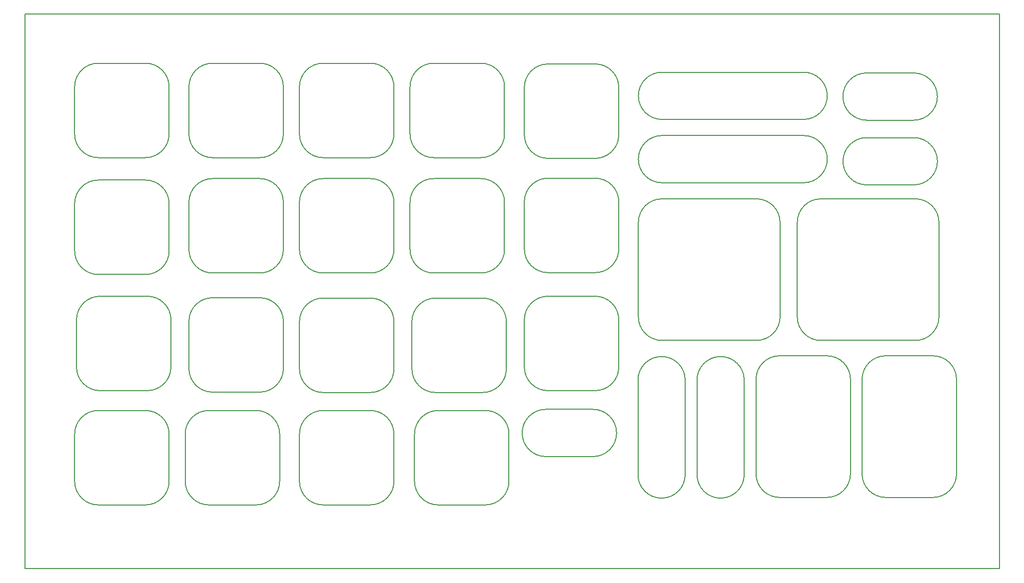
<source format=gm1>
G04 #@! TF.FileFunction,Profile,NP*
%FSLAX46Y46*%
G04 Gerber Fmt 4.6, Leading zero omitted, Abs format (unit mm)*
G04 Created by KiCad (PCBNEW 4.0.1-3.201512221402+6198~38~ubuntu14.04.1-stable) date Thu 03 Mar 2016 09:20:13 PM PST*
%MOMM*%
G01*
G04 APERTURE LIST*
%ADD10C,0.100000*%
%ADD11C,0.150000*%
G04 APERTURE END LIST*
D10*
D11*
X60960000Y-35560000D02*
X60960000Y-129540000D01*
X226060000Y-35560000D02*
X226060000Y-129540000D01*
X226060000Y-129540000D02*
X60960000Y-129540000D01*
X116840000Y-35560000D02*
X226060000Y-35560000D01*
X60960000Y-35560000D02*
X116840000Y-35560000D01*
X218802000Y-113464000D02*
X218802000Y-97464000D01*
X202802000Y-113464000D02*
X202802000Y-97464000D01*
X200834000Y-113464000D02*
X200834000Y-97464000D01*
X184834000Y-113464000D02*
X184834000Y-97464000D01*
X188834000Y-93464000D02*
X196834000Y-93464000D01*
X206802000Y-93464000D02*
X214802000Y-93464000D01*
X168905000Y-64130000D02*
X192905000Y-64130000D01*
X168905000Y-56130000D02*
X192905000Y-56130000D01*
X168905000Y-53400000D02*
X192905000Y-53400000D01*
X168905000Y-45400000D02*
X192905000Y-45400000D01*
X100761000Y-99621000D02*
X92761000Y-99621000D01*
X92761000Y-83621000D02*
X100761000Y-83621000D01*
X164905000Y-70860000D02*
X164905000Y-86860000D01*
X188905000Y-70860000D02*
X188905000Y-86860000D01*
X191825000Y-70860000D02*
X191825000Y-86860000D01*
X215825000Y-70860000D02*
X215825000Y-86860000D01*
X191825000Y-86860000D02*
G75*
G03X195825000Y-90860000I4000000J0D01*
G01*
X211825000Y-90860000D02*
X195825000Y-90860000D01*
X211825000Y-90860000D02*
G75*
G03X215825000Y-86860000I0J4000000D01*
G01*
X215825000Y-70860000D02*
G75*
G03X211825000Y-66860000I-4000000J0D01*
G01*
X195825000Y-66860000D02*
X211825000Y-66860000D01*
X195825000Y-66860000D02*
G75*
G03X191825000Y-70860000I0J-4000000D01*
G01*
X188905000Y-70860000D02*
G75*
G03X184905000Y-66860000I-4000000J0D01*
G01*
X168905000Y-66860000D02*
X184905000Y-66860000D01*
X168905000Y-66860000D02*
G75*
G03X164905000Y-70860000I0J-4000000D01*
G01*
X164905000Y-86860000D02*
G75*
G03X168905000Y-90860000I4000000J0D01*
G01*
X184905000Y-90860000D02*
X168905000Y-90860000D01*
X184905000Y-90860000D02*
G75*
G03X188905000Y-86860000I0J4000000D01*
G01*
X211561000Y-53527000D02*
X203561000Y-53527000D01*
X211561000Y-45527000D02*
X203561000Y-45527000D01*
X149586000Y-60001000D02*
X157586000Y-60001000D01*
X157586000Y-44001000D02*
X149586000Y-44001000D01*
X73396000Y-59876000D02*
X81396000Y-59876000D01*
X81396000Y-43876000D02*
X73396000Y-43876000D01*
X92761000Y-59876000D02*
X100761000Y-59876000D01*
X100761000Y-43876000D02*
X92761000Y-43876000D01*
X111491000Y-59876000D02*
X119491000Y-59876000D01*
X119491000Y-43876000D02*
X111491000Y-43876000D01*
X130221000Y-59876000D02*
X138221000Y-59876000D01*
X138221000Y-43876000D02*
X130221000Y-43876000D01*
X73401000Y-118731000D02*
X81401000Y-118731000D01*
X81401000Y-102731000D02*
X73401000Y-102731000D01*
X73401000Y-79681000D02*
X81401000Y-79681000D01*
X81401000Y-63681000D02*
X73401000Y-63681000D01*
X92761000Y-79431000D02*
X100761000Y-79431000D01*
X100761000Y-63431000D02*
X92761000Y-63431000D01*
X111491000Y-79431000D02*
X119491000Y-79431000D01*
X119491000Y-63431000D02*
X111491000Y-63431000D01*
X130221000Y-79431000D02*
X138221000Y-79431000D01*
X138221000Y-63431000D02*
X130221000Y-63431000D01*
X149586000Y-79366000D02*
X157586000Y-79366000D01*
X157586000Y-63366000D02*
X149586000Y-63366000D01*
X149586000Y-99366000D02*
X157586000Y-99366000D01*
X157586000Y-83366000D02*
X149586000Y-83366000D01*
X130536000Y-99681000D02*
X138536000Y-99681000D01*
X138536000Y-83681000D02*
X130536000Y-83681000D01*
X138983000Y-102731000D02*
X130983000Y-102731000D01*
X130983000Y-118731000D02*
X138983000Y-118731000D01*
X119491000Y-102731000D02*
X111491000Y-102731000D01*
X111491000Y-118731000D02*
X119491000Y-118731000D01*
X149215000Y-102542000D02*
X157215000Y-102542000D01*
X149215000Y-102542000D02*
G75*
G03X145215000Y-106542000I0J-4000000D01*
G01*
X161215000Y-106542000D02*
G75*
G03X157215000Y-102542000I-4000000J0D01*
G01*
X211571000Y-64490000D02*
X203571000Y-64490000D01*
X211571000Y-64490000D02*
G75*
G03X215571000Y-60490000I0J4000000D01*
G01*
X199571000Y-60490000D02*
G75*
G03X203571000Y-64490000I4000000J0D01*
G01*
X203571000Y-56490000D02*
X211571000Y-56490000D01*
X81716000Y-99366000D02*
X73716000Y-99366000D01*
X73716000Y-83366000D02*
X81716000Y-83366000D01*
X92131000Y-118731000D02*
X100131000Y-118731000D01*
X100131000Y-102731000D02*
X92131000Y-102731000D01*
X119496000Y-99681000D02*
X111496000Y-99681000D01*
X111496000Y-83681000D02*
X119496000Y-83681000D01*
X157215000Y-110542000D02*
X149215000Y-110542000D01*
X172834000Y-112588000D02*
X172834000Y-113588000D01*
X164834000Y-113588000D02*
X164834000Y-97588000D01*
X172834000Y-97588000D02*
X172834000Y-112588000D01*
X174834000Y-113588000D02*
X174834000Y-97588000D01*
X182834000Y-97588000D02*
X182834000Y-113588000D01*
X174834000Y-113588000D02*
G75*
G03X178834000Y-117588000I4000000J0D01*
G01*
X178834000Y-117588000D02*
G75*
G03X182834000Y-113588000I0J4000000D01*
G01*
X164834000Y-113588000D02*
G75*
G03X168834000Y-117588000I4000000J0D01*
G01*
X168834000Y-117588000D02*
G75*
G03X172834000Y-113588000I0J4000000D01*
G01*
X182834000Y-97588000D02*
G75*
G03X178834000Y-93588000I-4000000J0D01*
G01*
X178834000Y-93588000D02*
G75*
G03X174834000Y-97588000I0J-4000000D01*
G01*
X172834000Y-97588000D02*
G75*
G03X168834000Y-93588000I-4000000J0D01*
G01*
X168834000Y-93588000D02*
G75*
G03X164834000Y-97588000I0J-4000000D01*
G01*
X196905000Y-49400000D02*
G75*
G03X192905000Y-45400000I-4000000J0D01*
G01*
X192905000Y-53400000D02*
G75*
G03X196905000Y-49400000I0J4000000D01*
G01*
X196905000Y-60130000D02*
G75*
G03X192905000Y-56130000I-4000000J0D01*
G01*
X192905000Y-64130000D02*
G75*
G03X196905000Y-60130000I0J4000000D01*
G01*
X164905000Y-60130000D02*
G75*
G03X168905000Y-64130000I4000000J0D01*
G01*
X168905000Y-56130000D02*
G75*
G03X164905000Y-60130000I0J-4000000D01*
G01*
X164905000Y-49400000D02*
G75*
G03X168905000Y-53400000I4000000J0D01*
G01*
X168905000Y-45400000D02*
G75*
G03X164905000Y-49400000I0J-4000000D01*
G01*
X126536000Y-95681000D02*
G75*
G03X130536000Y-99681000I4000000J0D01*
G01*
X126536000Y-95681000D02*
X126536000Y-87681000D01*
X130536000Y-83681000D02*
G75*
G03X126536000Y-87681000I0J-4000000D01*
G01*
X145586000Y-75366000D02*
G75*
G03X149586000Y-79366000I4000000J0D01*
G01*
X145586000Y-75366000D02*
X145586000Y-67366000D01*
X149586000Y-63366000D02*
G75*
G03X145586000Y-67366000I0J-4000000D01*
G01*
X145586000Y-95366000D02*
G75*
G03X149586000Y-99366000I4000000J0D01*
G01*
X145586000Y-95366000D02*
X145586000Y-87366000D01*
X149586000Y-83366000D02*
G75*
G03X145586000Y-87366000I0J-4000000D01*
G01*
X126221000Y-75431000D02*
G75*
G03X130221000Y-79431000I4000000J0D01*
G01*
X126221000Y-75431000D02*
X126221000Y-67431000D01*
X130221000Y-63431000D02*
G75*
G03X126221000Y-67431000I0J-4000000D01*
G01*
X145586000Y-56001000D02*
G75*
G03X149586000Y-60001000I4000000J0D01*
G01*
X145586000Y-56001000D02*
X145586000Y-48001000D01*
X149586000Y-44001000D02*
G75*
G03X145586000Y-48001000I0J-4000000D01*
G01*
X126221000Y-55876000D02*
G75*
G03X130221000Y-59876000I4000000J0D01*
G01*
X126221000Y-55876000D02*
X126221000Y-47876000D01*
X130221000Y-43876000D02*
G75*
G03X126221000Y-47876000I0J-4000000D01*
G01*
X107491000Y-55876000D02*
G75*
G03X111491000Y-59876000I4000000J0D01*
G01*
X107491000Y-55876000D02*
X107491000Y-47876000D01*
X111491000Y-43876000D02*
G75*
G03X107491000Y-47876000I0J-4000000D01*
G01*
X123496000Y-87681000D02*
G75*
G03X119496000Y-83681000I-4000000J0D01*
G01*
X123496000Y-87681000D02*
X123496000Y-95681000D01*
X119496000Y-99681000D02*
G75*
G03X123496000Y-95681000I0J4000000D01*
G01*
X215571000Y-60490000D02*
G75*
G03X211571000Y-56490000I-4000000J0D01*
G01*
X157215000Y-110542000D02*
G75*
G03X161215000Y-106542000I0J4000000D01*
G01*
X100131000Y-118731000D02*
G75*
G03X104131000Y-114731000I0J4000000D01*
G01*
X104131000Y-106731000D02*
X104131000Y-114731000D01*
X104131000Y-106731000D02*
G75*
G03X100131000Y-102731000I-4000000J0D01*
G01*
X81716000Y-99366000D02*
G75*
G03X85716000Y-95366000I0J4000000D01*
G01*
X85716000Y-87366000D02*
X85716000Y-95366000D01*
X85716000Y-87366000D02*
G75*
G03X81716000Y-83366000I-4000000J0D01*
G01*
X81401000Y-118731000D02*
G75*
G03X85401000Y-114731000I0J4000000D01*
G01*
X85401000Y-106731000D02*
X85401000Y-114731000D01*
X85401000Y-106731000D02*
G75*
G03X81401000Y-102731000I-4000000J0D01*
G01*
X81401000Y-79681000D02*
G75*
G03X85401000Y-75681000I0J4000000D01*
G01*
X85401000Y-67681000D02*
X85401000Y-75681000D01*
X85401000Y-67681000D02*
G75*
G03X81401000Y-63681000I-4000000J0D01*
G01*
X69401000Y-75681000D02*
G75*
G03X73401000Y-79681000I4000000J0D01*
G01*
X69401000Y-75681000D02*
X69401000Y-67681000D01*
X73401000Y-63681000D02*
G75*
G03X69401000Y-67681000I0J-4000000D01*
G01*
X69401000Y-114731000D02*
G75*
G03X73401000Y-118731000I4000000J0D01*
G01*
X69401000Y-114731000D02*
X69401000Y-106731000D01*
X73401000Y-102731000D02*
G75*
G03X69401000Y-106731000I0J-4000000D01*
G01*
X107496000Y-95681000D02*
G75*
G03X111496000Y-99681000I4000000J0D01*
G01*
X107496000Y-95681000D02*
X107496000Y-87681000D01*
X111496000Y-83681000D02*
G75*
G03X107496000Y-87681000I0J-4000000D01*
G01*
X88131000Y-114731000D02*
G75*
G03X92131000Y-118731000I4000000J0D01*
G01*
X88131000Y-114731000D02*
X88131000Y-106731000D01*
X92131000Y-102731000D02*
G75*
G03X88131000Y-106731000I0J-4000000D01*
G01*
X69716000Y-95366000D02*
G75*
G03X73716000Y-99366000I4000000J0D01*
G01*
X69716000Y-95366000D02*
X69716000Y-87366000D01*
X73716000Y-83366000D02*
G75*
G03X69716000Y-87366000I0J-4000000D01*
G01*
X145215000Y-106542000D02*
G75*
G03X149215000Y-110542000I4000000J0D01*
G01*
X203571000Y-56490000D02*
G75*
G03X199571000Y-60490000I0J-4000000D01*
G01*
X69396000Y-55876000D02*
G75*
G03X73396000Y-59876000I4000000J0D01*
G01*
X69396000Y-55876000D02*
X69396000Y-47876000D01*
X73396000Y-43876000D02*
G75*
G03X69396000Y-47876000I0J-4000000D01*
G01*
X88761000Y-55876000D02*
G75*
G03X92761000Y-59876000I4000000J0D01*
G01*
X88761000Y-55876000D02*
X88761000Y-47876000D01*
X92761000Y-43876000D02*
G75*
G03X88761000Y-47876000I0J-4000000D01*
G01*
X88761000Y-75431000D02*
G75*
G03X92761000Y-79431000I4000000J0D01*
G01*
X88761000Y-75431000D02*
X88761000Y-67431000D01*
X92761000Y-63431000D02*
G75*
G03X88761000Y-67431000I0J-4000000D01*
G01*
X88761000Y-95621000D02*
G75*
G03X92761000Y-99621000I4000000J0D01*
G01*
X88761000Y-95621000D02*
X88761000Y-87621000D01*
X92761000Y-83621000D02*
G75*
G03X88761000Y-87621000I0J-4000000D01*
G01*
X188834000Y-93464000D02*
G75*
G03X184834000Y-97464000I0J-4000000D01*
G01*
X200834000Y-97464000D02*
G75*
G03X196834000Y-93464000I-4000000J0D01*
G01*
X196834000Y-117464000D02*
G75*
G03X200834000Y-113464000I0J4000000D01*
G01*
X196834000Y-117464000D02*
X188834000Y-117464000D01*
X184834000Y-113464000D02*
G75*
G03X188834000Y-117464000I4000000J0D01*
G01*
X107491000Y-75431000D02*
G75*
G03X111491000Y-79431000I4000000J0D01*
G01*
X107491000Y-75431000D02*
X107491000Y-67431000D01*
X111491000Y-63431000D02*
G75*
G03X107491000Y-67431000I0J-4000000D01*
G01*
X107491000Y-114731000D02*
G75*
G03X111491000Y-118731000I4000000J0D01*
G01*
X107491000Y-114731000D02*
X107491000Y-106731000D01*
X111491000Y-102731000D02*
G75*
G03X107491000Y-106731000I0J-4000000D01*
G01*
X126983000Y-114731000D02*
G75*
G03X130983000Y-118731000I4000000J0D01*
G01*
X126983000Y-114731000D02*
X126983000Y-106731000D01*
X130983000Y-102731000D02*
G75*
G03X126983000Y-106731000I0J-4000000D01*
G01*
X202802000Y-113464000D02*
G75*
G03X206802000Y-117464000I4000000J0D01*
G01*
X214802000Y-117464000D02*
X206802000Y-117464000D01*
X214802000Y-117464000D02*
G75*
G03X218802000Y-113464000I0J4000000D01*
G01*
X206802000Y-93464000D02*
G75*
G03X202802000Y-97464000I0J-4000000D01*
G01*
X218802000Y-97464000D02*
G75*
G03X214802000Y-93464000I-4000000J0D01*
G01*
X123491000Y-67431000D02*
G75*
G03X119491000Y-63431000I-4000000J0D01*
G01*
X119491000Y-79431000D02*
G75*
G03X123491000Y-75431000I0J4000000D01*
G01*
X123491000Y-67431000D02*
X123491000Y-75431000D01*
X142221000Y-67431000D02*
G75*
G03X138221000Y-63431000I-4000000J0D01*
G01*
X138221000Y-79431000D02*
G75*
G03X142221000Y-75431000I0J4000000D01*
G01*
X142221000Y-67431000D02*
X142221000Y-75431000D01*
X142221000Y-47876000D02*
G75*
G03X138221000Y-43876000I-4000000J0D01*
G01*
X138221000Y-59876000D02*
G75*
G03X142221000Y-55876000I0J4000000D01*
G01*
X142221000Y-47876000D02*
X142221000Y-55876000D01*
X123491000Y-47876000D02*
G75*
G03X119491000Y-43876000I-4000000J0D01*
G01*
X119491000Y-59876000D02*
G75*
G03X123491000Y-55876000I0J4000000D01*
G01*
X123491000Y-47876000D02*
X123491000Y-55876000D01*
X85396000Y-47876000D02*
G75*
G03X81396000Y-43876000I-4000000J0D01*
G01*
X81396000Y-59876000D02*
G75*
G03X85396000Y-55876000I0J4000000D01*
G01*
X85396000Y-47876000D02*
X85396000Y-55876000D01*
X104761000Y-47876000D02*
G75*
G03X100761000Y-43876000I-4000000J0D01*
G01*
X100761000Y-59876000D02*
G75*
G03X104761000Y-55876000I0J4000000D01*
G01*
X104761000Y-47876000D02*
X104761000Y-55876000D01*
X104761000Y-67431000D02*
G75*
G03X100761000Y-63431000I-4000000J0D01*
G01*
X100761000Y-79431000D02*
G75*
G03X104761000Y-75431000I0J4000000D01*
G01*
X104761000Y-67431000D02*
X104761000Y-75431000D01*
X104761000Y-87621000D02*
G75*
G03X100761000Y-83621000I-4000000J0D01*
G01*
X100761000Y-99621000D02*
G75*
G03X104761000Y-95621000I0J4000000D01*
G01*
X104761000Y-87621000D02*
X104761000Y-95621000D01*
X123491000Y-106731000D02*
G75*
G03X119491000Y-102731000I-4000000J0D01*
G01*
X119491000Y-118731000D02*
G75*
G03X123491000Y-114731000I0J4000000D01*
G01*
X123491000Y-106731000D02*
X123491000Y-114731000D01*
X142983000Y-106731000D02*
G75*
G03X138983000Y-102731000I-4000000J0D01*
G01*
X138983000Y-118731000D02*
G75*
G03X142983000Y-114731000I0J4000000D01*
G01*
X142983000Y-106731000D02*
X142983000Y-114731000D01*
X142536000Y-87681000D02*
G75*
G03X138536000Y-83681000I-4000000J0D01*
G01*
X138536000Y-99681000D02*
G75*
G03X142536000Y-95681000I0J4000000D01*
G01*
X142536000Y-87681000D02*
X142536000Y-95681000D01*
X161586000Y-87366000D02*
G75*
G03X157586000Y-83366000I-4000000J0D01*
G01*
X157586000Y-99366000D02*
G75*
G03X161586000Y-95366000I0J4000000D01*
G01*
X161586000Y-87366000D02*
X161586000Y-95366000D01*
X161586000Y-67366000D02*
G75*
G03X157586000Y-63366000I-4000000J0D01*
G01*
X157586000Y-79366000D02*
G75*
G03X161586000Y-75366000I0J4000000D01*
G01*
X161586000Y-67366000D02*
X161586000Y-75366000D01*
X161586000Y-48001000D02*
G75*
G03X157586000Y-44001000I-4000000J0D01*
G01*
X157586000Y-60001000D02*
G75*
G03X161586000Y-56001000I0J4000000D01*
G01*
X161586000Y-48001000D02*
X161586000Y-56001000D01*
X199561000Y-49527000D02*
G75*
G03X203561000Y-53527000I4000000J0D01*
G01*
X203561000Y-45527000D02*
G75*
G03X199561000Y-49527000I0J-4000000D01*
G01*
X215561000Y-49527000D02*
G75*
G03X211561000Y-45527000I-4000000J0D01*
G01*
X211561000Y-53527000D02*
G75*
G03X215561000Y-49527000I0J4000000D01*
G01*
M02*

</source>
